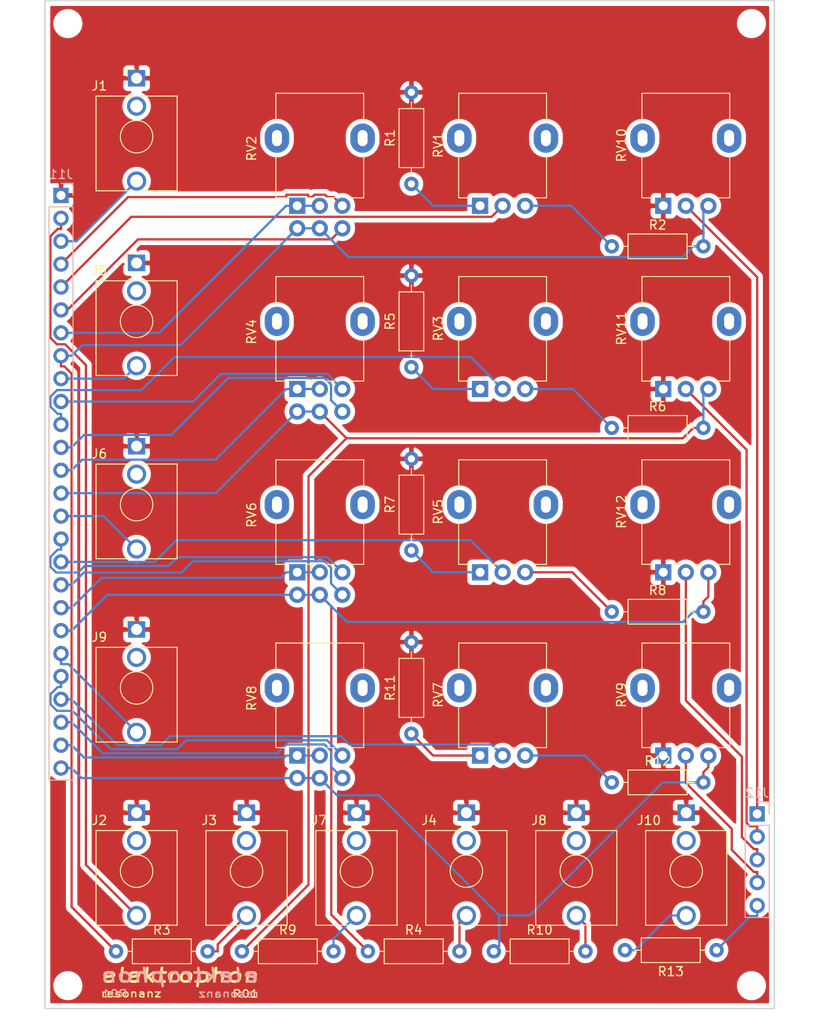
<source format=kicad_pcb>
(kicad_pcb (version 20171130) (host pcbnew 5.1.6-c6e7f7d~86~ubuntu20.04.1)
  (title_block (title resonanz) (date 2020-06-13) (rev R01) (comment 1 "PCB for mount circuit") (comment 2 "resonant band pass filter") (comment 4 "License CC BY 4.0 - Attribution 4.0 International"))
  (layers (0 F.Cu signal) (31 B.Cu signal) (34 B.Paste user) (35 F.Paste user) (36 B.SilkS user) (37 F.SilkS user) (38 B.Mask user) (39 F.Mask user) (44 Edge.Cuts user))
  (net 0 "")
  (net 1 GND)
  (net 2 "Net-(J10-PadT)")
  (net 3 "Net-(J3-PadT)")
  (net 4 OUT_1)
  (net 5 "Net-(R1-Pad1)")
  (net 6 "Net-(R5-Pad1)")
  (net 7 IN_1)
  (net 8 IN)
  (net 9 IN_2)
  (net 10 OUT)
  (net 11 OUT_3)
  (net 12 FREQ_3_c)
  (net 13 FREQ_3_b)
  (net 14 FREQ_3_a)
  (net 15 RES_3)
  (net 16 IN_3)
  (net 17 OUT_2)
  (net 18 FREQ_2_c)
  (net 19 FREQ_2_b)
  (net 20 FREQ_2_a)
  (net 21 RES_2)
  (net 22 FREQ_1_c)
  (net 23 FREQ_1_b)
  (net 24 FREQ_1_a)
  (net 25 RES_1)
  (net 26 "Net-(R8-Pad1)")
  (net 27 IN_4)
  (net 28 OUT_4)
  (net 29 FREQ_4_b)
  (net 30 FREQ_4_c)
  (net 31 RES_4)
  (net 32 FREQ_4_a)
  (net 33 MIX_4)
  (net 34 MIX_3)
  (net 35 MIX_2)
  (net 36 MIX_1)
  (net 37 "Net-(R11-Pad1)")
  (net 38 "Net-(R12-Pad1)")
  (net 39 "Net-(J4-PadT)")
  (net 40 "Net-(J7-PadT)")
  (net 41 "Net-(J8-PadT)")
  (net 42 "Net-(R2-Pad1)")
  (net 43 "Net-(R6-Pad1)")
  (net 44 "Net-(R7-Pad1)")
  (module "elektrophon:elektrophon logo" (layer F.Cu) (at 55.626 149.733)
    (fp_text reference REF** hide)
    (fp_text value "elektrophon logo" hide)
    (fp_text user resonanz (at 8.84 1.02) (layer B.SilkS) (effects (font (size 0.8 1)) (justify left mirror)))
    (fp_text user R01 (at -8.83 1) (layer B.SilkS) (effects (font (size 0.8 1)) (justify right mirror)))
    (fp_text user elektrophon (at 0 -1.016) (layer B.SilkS) (effects (font (size 1.5 2) (thickness 0.3) italic) (justify mirror)))
    (fp_text user R01 (at 8.8 1.02) (layer F.SilkS) (effects (font (size 0.8 1)) (justify right)))
    (fp_text user resonanz (at -8.88 1) (layer F.SilkS) (effects (font (size 0.8 1)) (justify left)))
    (fp_text user elektrophon (at 0 -1.016) (layer F.SilkS) (effects (font (size 1.5 2) (thickness 0.3) italic)))
  )
  (module Connector_PinHeader_2.54mm:PinHeader_1x05_P2.54mm_Vertical (layer B.Cu) (at 119.634 130.81 180)
    (fp_text reference J12 (at 0 2.33) (layer B.SilkS) (effects (justify mirror)))
    (fp_text value Conn_01x05_Male)
    (pad 5 thru_hole oval (at 0 -10.16 180) (size 1.7 1.7) (drill 1) (layers *.Cu *.Mask) (net 10 OUT))
    (pad 4 thru_hole oval (at 0 -7.62 180) (size 1.7 1.7) (drill 1) (layers *.Cu *.Mask) (net 33 MIX_4))
    (pad 3 thru_hole oval (at 0 -5.08 180) (size 1.7 1.7) (drill 1) (layers *.Cu *.Mask) (net 34 MIX_3))
    (pad 2 thru_hole oval (at 0 -2.54 180) (size 1.7 1.7) (drill 1) (layers *.Cu *.Mask) (net 35 MIX_2))
    (pad 1 thru_hole rect (at 0 0 180) (size 1.7 1.7) (drill 1) (layers *.Cu *.Mask) (net 36 MIX_1))
  )
  (module Connector_PinHeader_2.54mm:PinHeader_1x26_P2.54mm_Vertical (layer B.Cu) (at 42.418 62.23 180)
    (fp_text reference J11 (at 0 2.33) (layer B.SilkS) (effects (justify mirror)))
    (fp_text value Conn_01x26_Male)
    (pad 26 thru_hole oval (at 0 -63.5 180) (size 1.7 1.7) (drill 1) (layers *.Cu *.Mask) (net 28 OUT_4))
    (pad 25 thru_hole oval (at 0 -60.96 180) (size 1.7 1.7) (drill 1) (layers *.Cu *.Mask) (net 29 FREQ_4_b))
    (pad 24 thru_hole oval (at 0 -58.42 180) (size 1.7 1.7) (drill 1) (layers *.Cu *.Mask) (net 30 FREQ_4_c))
    (pad 23 thru_hole oval (at 0 -55.88 180) (size 1.7 1.7) (drill 1) (layers *.Cu *.Mask) (net 31 RES_4))
    (pad 22 thru_hole oval (at 0 -53.34 180) (size 1.7 1.7) (drill 1) (layers *.Cu *.Mask) (net 32 FREQ_4_a))
    (pad 21 thru_hole oval (at 0 -50.8 180) (size 1.7 1.7) (drill 1) (layers *.Cu *.Mask) (net 27 IN_4))
    (pad 20 thru_hole oval (at 0 -48.26 180) (size 1.7 1.7) (drill 1) (layers *.Cu *.Mask) (net 11 OUT_3))
    (pad 19 thru_hole oval (at 0 -45.72 180) (size 1.7 1.7) (drill 1) (layers *.Cu *.Mask) (net 13 FREQ_3_b))
    (pad 18 thru_hole oval (at 0 -43.18 180) (size 1.7 1.7) (drill 1) (layers *.Cu *.Mask) (net 12 FREQ_3_c))
    (pad 17 thru_hole oval (at 0 -40.64 180) (size 1.7 1.7) (drill 1) (layers *.Cu *.Mask) (net 15 RES_3))
    (pad 16 thru_hole oval (at 0 -38.1 180) (size 1.7 1.7) (drill 1) (layers *.Cu *.Mask) (net 14 FREQ_3_a))
    (pad 15 thru_hole oval (at 0 -35.56 180) (size 1.7 1.7) (drill 1) (layers *.Cu *.Mask) (net 16 IN_3))
    (pad 14 thru_hole oval (at 0 -33.02 180) (size 1.7 1.7) (drill 1) (layers *.Cu *.Mask) (net 17 OUT_2))
    (pad 13 thru_hole oval (at 0 -30.48 180) (size 1.7 1.7) (drill 1) (layers *.Cu *.Mask) (net 19 FREQ_2_b))
    (pad 12 thru_hole oval (at 0 -27.94 180) (size 1.7 1.7) (drill 1) (layers *.Cu *.Mask) (net 18 FREQ_2_c))
    (pad 11 thru_hole oval (at 0 -25.4 180) (size 1.7 1.7) (drill 1) (layers *.Cu *.Mask) (net 21 RES_2))
    (pad 10 thru_hole oval (at 0 -22.86 180) (size 1.7 1.7) (drill 1) (layers *.Cu *.Mask) (net 20 FREQ_2_a))
    (pad 9 thru_hole oval (at 0 -20.32 180) (size 1.7 1.7) (drill 1) (layers *.Cu *.Mask) (net 9 IN_2))
    (pad 8 thru_hole oval (at 0 -17.78 180) (size 1.7 1.7) (drill 1) (layers *.Cu *.Mask) (net 4 OUT_1))
    (pad 7 thru_hole oval (at 0 -15.24 180) (size 1.7 1.7) (drill 1) (layers *.Cu *.Mask) (net 23 FREQ_1_b))
    (pad 6 thru_hole oval (at 0 -12.7 180) (size 1.7 1.7) (drill 1) (layers *.Cu *.Mask) (net 22 FREQ_1_c))
    (pad 5 thru_hole oval (at 0 -10.16 180) (size 1.7 1.7) (drill 1) (layers *.Cu *.Mask) (net 25 RES_1))
    (pad 4 thru_hole oval (at 0 -7.62 180) (size 1.7 1.7) (drill 1) (layers *.Cu *.Mask) (net 24 FREQ_1_a))
    (pad 3 thru_hole oval (at 0 -5.08 180) (size 1.7 1.7) (drill 1) (layers *.Cu *.Mask) (net 7 IN_1))
    (pad 2 thru_hole oval (at 0 -2.54 180) (size 1.7 1.7) (drill 1) (layers *.Cu *.Mask) (net 8 IN))
    (pad 1 thru_hole rect (at 0 0 180) (size 1.7 1.7) (drill 1) (layers *.Cu *.Mask) (net 1 GND))
  )
  (module Resistor_THT:R_Axial_DIN0207_L6.3mm_D2.5mm_P10.16mm_Horizontal (layer F.Cu) (at 103.505 127.318)
    (fp_text reference R12 (at 5.08 -2.37) (layer F.SilkS))
    (fp_text value 22k)
    (pad 2 thru_hole oval (at 10.16 0) (size 1.6 1.6) (drill 0.8) (layers *.Cu *.Mask) (net 28 OUT_4))
    (pad 1 thru_hole circle (at 0 0) (size 1.6 1.6) (drill 0.8) (layers *.Cu *.Mask) (net 38 "Net-(R12-Pad1)"))
  )
  (module Resistor_THT:R_Axial_DIN0207_L6.3mm_D2.5mm_P10.16mm_Horizontal (layer F.Cu) (at 103.505 108.394)
    (fp_text reference R8 (at 5.08 -2.37) (layer F.SilkS))
    (fp_text value 22k)
    (pad 2 thru_hole oval (at 10.16 0) (size 1.6 1.6) (drill 0.8) (layers *.Cu *.Mask) (net 11 OUT_3))
    (pad 1 thru_hole circle (at 0 0) (size 1.6 1.6) (drill 0.8) (layers *.Cu *.Mask) (net 26 "Net-(R8-Pad1)"))
  )
  (module Resistor_THT:R_Axial_DIN0207_L6.3mm_D2.5mm_P10.16mm_Horizontal (layer F.Cu) (at 103.505 88.011)
    (fp_text reference R6 (at 5.08 -2.37) (layer F.SilkS))
    (fp_text value 22k)
    (pad 2 thru_hole oval (at 10.16 0) (size 1.6 1.6) (drill 0.8) (layers *.Cu *.Mask) (net 17 OUT_2))
    (pad 1 thru_hole circle (at 0 0) (size 1.6 1.6) (drill 0.8) (layers *.Cu *.Mask) (net 43 "Net-(R6-Pad1)"))
  )
  (module "elektrophon:elektrophon logo" (layer F.Cu) (at 55.499 149.733)
    (fp_text reference REF** hide)
    (fp_text value "elektrophon logo" hide)
  )
  (module elektrophon:Potentiometer_Alpha_RD902F-40-00D_Dual_Vertical (layer F.Cu) (at 71.12 116.84 90)
    (fp_text reference RV8 (at -1.15 -7.56 270) (layer F.SilkS))
    (fp_text value 100k)
    (pad 4 thru_hole circle (at -10 -2.5 180) (size 1.8 1.8) (drill 1) (layers *.Cu *.Mask) (net 28 OUT_4))
    (pad 5 thru_hole circle (at -10 0 180) (size 1.8 1.8) (drill 1) (layers *.Cu *.Mask) (net 28 OUT_4))
    (pad 6 thru_hole circle (at -10 2.5 180) (size 1.8 1.8) (drill 1) (layers *.Cu *.Mask) (net 30 FREQ_4_c))
    (pad "" thru_hole oval (at 0 -4.75 180) (size 2.72 3.24) (drill oval 1.1 1.8) (layers *.Cu *.Mask))
    (pad "" thru_hole oval (at 0 4.75 180) (size 2.72 3.24) (drill oval 1.1 1.8) (layers *.Cu *.Mask))
    (pad 3 thru_hole circle (at -7.5 2.5 180) (size 1.8 1.8) (drill 1) (layers *.Cu *.Mask) (net 32 FREQ_4_a))
    (pad 2 thru_hole circle (at -7.5 0 180) (size 1.8 1.8) (drill 1) (layers *.Cu *.Mask) (net 29 FREQ_4_b))
    (pad 1 thru_hole rect (at -7.5 -2.5 180) (size 1.8 1.8) (drill 1) (layers *.Cu *.Mask) (net 29 FREQ_4_b))
  )
  (module elektrophon:Potentiometer_Alpha_RD902F-40-00D_Dual_Vertical (layer F.Cu) (at 71.12 96.52 90)
    (fp_text reference RV6 (at -1.15 -7.56 270) (layer F.SilkS))
    (fp_text value 100k)
    (pad 4 thru_hole circle (at -10 -2.5 180) (size 1.8 1.8) (drill 1) (layers *.Cu *.Mask) (net 11 OUT_3))
    (pad 5 thru_hole circle (at -10 0 180) (size 1.8 1.8) (drill 1) (layers *.Cu *.Mask) (net 11 OUT_3))
    (pad 6 thru_hole circle (at -10 2.5 180) (size 1.8 1.8) (drill 1) (layers *.Cu *.Mask) (net 12 FREQ_3_c))
    (pad "" thru_hole oval (at 0 -4.75 180) (size 2.72 3.24) (drill oval 1.1 1.8) (layers *.Cu *.Mask))
    (pad "" thru_hole oval (at 0 4.75 180) (size 2.72 3.24) (drill oval 1.1 1.8) (layers *.Cu *.Mask))
    (pad 3 thru_hole circle (at -7.5 2.5 180) (size 1.8 1.8) (drill 1) (layers *.Cu *.Mask) (net 14 FREQ_3_a))
    (pad 2 thru_hole circle (at -7.5 0 180) (size 1.8 1.8) (drill 1) (layers *.Cu *.Mask) (net 13 FREQ_3_b))
    (pad 1 thru_hole rect (at -7.5 -2.5 180) (size 1.8 1.8) (drill 1) (layers *.Cu *.Mask) (net 13 FREQ_3_b))
  )
  (module elektrophon:Potentiometer_Alpha_RD902F-40-00D_Dual_Vertical (layer F.Cu) (at 71.12 76.2 90)
    (fp_text reference RV4 (at -1.15 -7.56 270) (layer F.SilkS))
    (fp_text value 100k)
    (pad 4 thru_hole circle (at -10 -2.5 180) (size 1.8 1.8) (drill 1) (layers *.Cu *.Mask) (net 17 OUT_2))
    (pad 5 thru_hole circle (at -10 0 180) (size 1.8 1.8) (drill 1) (layers *.Cu *.Mask) (net 17 OUT_2))
    (pad 6 thru_hole circle (at -10 2.5 180) (size 1.8 1.8) (drill 1) (layers *.Cu *.Mask) (net 18 FREQ_2_c))
    (pad "" thru_hole oval (at 0 -4.75 180) (size 2.72 3.24) (drill oval 1.1 1.8) (layers *.Cu *.Mask))
    (pad "" thru_hole oval (at 0 4.75 180) (size 2.72 3.24) (drill oval 1.1 1.8) (layers *.Cu *.Mask))
    (pad 3 thru_hole circle (at -7.5 2.5 180) (size 1.8 1.8) (drill 1) (layers *.Cu *.Mask) (net 20 FREQ_2_a))
    (pad 2 thru_hole circle (at -7.5 0 180) (size 1.8 1.8) (drill 1) (layers *.Cu *.Mask) (net 19 FREQ_2_b))
    (pad 1 thru_hole rect (at -7.5 -2.5 180) (size 1.8 1.8) (drill 1) (layers *.Cu *.Mask) (net 19 FREQ_2_b))
  )
  (module elektrophon:Potentiometer_Alpha_RD902F-40-00D_Dual_Vertical (layer F.Cu) (at 71.12 55.88 90)
    (fp_text reference RV2 (at -1.15 -7.56 270) (layer F.SilkS))
    (fp_text value 100k)
    (pad 4 thru_hole circle (at -10 -2.5 180) (size 1.8 1.8) (drill 1) (layers *.Cu *.Mask) (net 4 OUT_1))
    (pad 5 thru_hole circle (at -10 0 180) (size 1.8 1.8) (drill 1) (layers *.Cu *.Mask) (net 4 OUT_1))
    (pad 6 thru_hole circle (at -10 2.5 180) (size 1.8 1.8) (drill 1) (layers *.Cu *.Mask) (net 22 FREQ_1_c))
    (pad "" thru_hole oval (at 0 -4.75 180) (size 2.72 3.24) (drill oval 1.1 1.8) (layers *.Cu *.Mask))
    (pad "" thru_hole oval (at 0 4.75 180) (size 2.72 3.24) (drill oval 1.1 1.8) (layers *.Cu *.Mask))
    (pad 3 thru_hole circle (at -7.5 2.5 180) (size 1.8 1.8) (drill 1) (layers *.Cu *.Mask) (net 24 FREQ_1_a))
    (pad 2 thru_hole circle (at -7.5 0 180) (size 1.8 1.8) (drill 1) (layers *.Cu *.Mask) (net 23 FREQ_1_b))
    (pad 1 thru_hole rect (at -7.5 -2.5 180) (size 1.8 1.8) (drill 1) (layers *.Cu *.Mask) (net 23 FREQ_1_b))
  )
  (module elektrophon:Potentiometer_Alpha_RD901F-40-00D_Single_Vertical (layer F.Cu) (at 111.76 116.84 90)
    (fp_text reference RV9 (at -0.79 -7.18 270) (layer F.SilkS))
    (fp_text value 100k)
    (pad "" thru_hole oval (at 0 -4.84 180) (size 2.72 3.24) (drill oval 1.1 1.8) (layers *.Cu *.Mask))
    (pad "" thru_hole oval (at 0 4.76 180) (size 2.72 3.24) (drill oval 1.1 1.8) (layers *.Cu *.Mask))
    (pad 3 thru_hole circle (at -7.5 2.46 180) (size 1.8 1.8) (drill 1) (layers *.Cu *.Mask) (net 28 OUT_4))
    (pad 2 thru_hole circle (at -7.5 -0.04 180) (size 1.8 1.8) (drill 1) (layers *.Cu *.Mask) (net 33 MIX_4))
    (pad 1 thru_hole rect (at -7.5 -2.54 180) (size 1.8 1.8) (drill 1) (layers *.Cu *.Mask) (net 1 GND))
  )
  (module elektrophon:Potentiometer_Alpha_RD901F-40-00D_Single_Vertical (layer F.Cu) (at 91.44 116.84 90)
    (fp_text reference RV7 (at -0.79 -7.18 270) (layer F.SilkS))
    (fp_text value 50k)
    (pad "" thru_hole oval (at 0 -4.84 180) (size 2.72 3.24) (drill oval 1.1 1.8) (layers *.Cu *.Mask))
    (pad "" thru_hole oval (at 0 4.76 180) (size 2.72 3.24) (drill oval 1.1 1.8) (layers *.Cu *.Mask))
    (pad 3 thru_hole circle (at -7.5 2.46 180) (size 1.8 1.8) (drill 1) (layers *.Cu *.Mask) (net 38 "Net-(R12-Pad1)"))
    (pad 2 thru_hole circle (at -7.5 -0.04 180) (size 1.8 1.8) (drill 1) (layers *.Cu *.Mask) (net 31 RES_4))
    (pad 1 thru_hole rect (at -7.5 -2.54 180) (size 1.8 1.8) (drill 1) (layers *.Cu *.Mask) (net 37 "Net-(R11-Pad1)"))
  )
  (module Resistor_THT:R_Axial_DIN0207_L6.3mm_D2.5mm_P10.16mm_Horizontal (layer F.Cu) (at 81.28 121.92 90)
    (fp_text reference R11 (at 5.08 -2.37 90) (layer F.SilkS))
    (fp_text value 470)
    (pad 2 thru_hole oval (at 10.16 0 90) (size 1.6 1.6) (drill 0.8) (layers *.Cu *.Mask) (net 1 GND))
    (pad 1 thru_hole circle (at 0 0 90) (size 1.6 1.6) (drill 0.8) (layers *.Cu *.Mask) (net 37 "Net-(R11-Pad1)"))
  )
  (module Resistor_THT:R_Axial_DIN0207_L6.3mm_D2.5mm_P10.16mm_Horizontal (layer F.Cu) (at 90.424 146.05)
    (fp_text reference R10 (at 5.08 -2.37) (layer F.SilkS))
    (fp_text value 1k)
    (pad 2 thru_hole oval (at 10.16 0) (size 1.6 1.6) (drill 0.8) (layers *.Cu *.Mask) (net 41 "Net-(J8-PadT)"))
    (pad 1 thru_hole circle (at 0 0) (size 1.6 1.6) (drill 0.8) (layers *.Cu *.Mask) (net 28 OUT_4))
  )
  (module elektrophon:Jack_3.5mm_WQP-PJ398SM_Vertical (layer F.Cu) (at 50.8 116.84)
    (fp_text reference J9 (at -4.13 -5.63) (layer F.SilkS))
    (fp_text value AudioJack2_SwitchT)
    (pad TN thru_hole circle (at 0 -3.38 180) (size 2.13 2.13) (drill 1.42) (layers *.Cu *.Mask))
    (pad S thru_hole rect (at 0 -6.48 180) (size 1.93 1.83) (drill 1.22) (layers *.Cu *.Mask) (net 1 GND))
    (pad T thru_hole circle (at 0 4.92 180) (size 2.13 2.13) (drill 1.43) (layers *.Cu *.Mask) (net 27 IN_4))
  )
  (module elektrophon:Jack_3.5mm_WQP-PJ398SM_Vertical (layer F.Cu) (at 99.568 137.16)
    (fp_text reference J8 (at -4.13 -5.63) (layer F.SilkS))
    (fp_text value AudioJack2_SwitchT)
    (pad TN thru_hole circle (at 0 -3.38 180) (size 2.13 2.13) (drill 1.42) (layers *.Cu *.Mask))
    (pad S thru_hole rect (at 0 -6.48 180) (size 1.93 1.83) (drill 1.22) (layers *.Cu *.Mask) (net 1 GND))
    (pad T thru_hole circle (at 0 4.92 180) (size 2.13 2.13) (drill 1.43) (layers *.Cu *.Mask) (net 41 "Net-(J8-PadT)"))
  )
  (module Resistor_THT:R_Axial_DIN0207_L6.3mm_D2.5mm_P10.16mm_Horizontal (layer F.Cu) (at 103.505 67.8815)
    (fp_text reference R2 (at 5.08 -2.37) (layer F.SilkS))
    (fp_text value 22k)
    (pad 2 thru_hole oval (at 10.16 0) (size 1.6 1.6) (drill 0.8) (layers *.Cu *.Mask) (net 4 OUT_1))
    (pad 1 thru_hole circle (at 0 0) (size 1.6 1.6) (drill 0.8) (layers *.Cu *.Mask) (net 42 "Net-(R2-Pad1)"))
  )
  (module Resistor_THT:R_Axial_DIN0207_L6.3mm_D2.5mm_P10.16mm_Horizontal (layer F.Cu) (at 115.126 145.923 180)
    (fp_text reference R13 (at 5.08 -2.37) (layer F.SilkS))
    (fp_text value 1k)
    (pad 2 thru_hole oval (at 10.16 0 180) (size 1.6 1.6) (drill 0.8) (layers *.Cu *.Mask) (net 2 "Net-(J10-PadT)"))
    (pad 1 thru_hole circle (at 0 0 180) (size 1.6 1.6) (drill 0.8) (layers *.Cu *.Mask) (net 10 OUT))
  )
  (module elektrophon:Potentiometer_Alpha_RD901F-40-00D_Single_Vertical (layer F.Cu) (at 111.76 96.52 90)
    (fp_text reference RV12 (at -0.79 -7.18 270) (layer F.SilkS))
    (fp_text value 100k)
    (pad "" thru_hole oval (at 0 -4.84 180) (size 2.72 3.24) (drill oval 1.1 1.8) (layers *.Cu *.Mask))
    (pad "" thru_hole oval (at 0 4.76 180) (size 2.72 3.24) (drill oval 1.1 1.8) (layers *.Cu *.Mask))
    (pad 3 thru_hole circle (at -7.5 2.46 180) (size 1.8 1.8) (drill 1) (layers *.Cu *.Mask) (net 11 OUT_3))
    (pad 2 thru_hole circle (at -7.5 -0.04 180) (size 1.8 1.8) (drill 1) (layers *.Cu *.Mask) (net 34 MIX_3))
    (pad 1 thru_hole rect (at -7.5 -2.54 180) (size 1.8 1.8) (drill 1) (layers *.Cu *.Mask) (net 1 GND))
  )
  (module elektrophon:Potentiometer_Alpha_RD901F-40-00D_Single_Vertical (layer F.Cu) (at 111.76 76.2 90)
    (fp_text reference RV11 (at -0.79 -7.18 270) (layer F.SilkS))
    (fp_text value 100k)
    (pad "" thru_hole oval (at 0 -4.84 180) (size 2.72 3.24) (drill oval 1.1 1.8) (layers *.Cu *.Mask))
    (pad "" thru_hole oval (at 0 4.76 180) (size 2.72 3.24) (drill oval 1.1 1.8) (layers *.Cu *.Mask))
    (pad 3 thru_hole circle (at -7.5 2.46 180) (size 1.8 1.8) (drill 1) (layers *.Cu *.Mask) (net 17 OUT_2))
    (pad 2 thru_hole circle (at -7.5 -0.04 180) (size 1.8 1.8) (drill 1) (layers *.Cu *.Mask) (net 35 MIX_2))
    (pad 1 thru_hole rect (at -7.5 -2.54 180) (size 1.8 1.8) (drill 1) (layers *.Cu *.Mask) (net 1 GND))
  )
  (module elektrophon:Potentiometer_Alpha_RD901F-40-00D_Single_Vertical (layer F.Cu) (at 111.76 55.88 90)
    (fp_text reference RV10 (at -0.79 -7.18 270) (layer F.SilkS))
    (fp_text value 100k)
    (pad "" thru_hole oval (at 0 -4.84 180) (size 2.72 3.24) (drill oval 1.1 1.8) (layers *.Cu *.Mask))
    (pad "" thru_hole oval (at 0 4.76 180) (size 2.72 3.24) (drill oval 1.1 1.8) (layers *.Cu *.Mask))
    (pad 3 thru_hole circle (at -7.5 2.46 180) (size 1.8 1.8) (drill 1) (layers *.Cu *.Mask) (net 4 OUT_1))
    (pad 2 thru_hole circle (at -7.5 -0.04 180) (size 1.8 1.8) (drill 1) (layers *.Cu *.Mask) (net 36 MIX_1))
    (pad 1 thru_hole rect (at -7.5 -2.54 180) (size 1.8 1.8) (drill 1) (layers *.Cu *.Mask) (net 1 GND))
  )
  (module elektrophon:Potentiometer_Alpha_RD901F-40-00D_Single_Vertical (layer F.Cu) (at 91.44 96.52 90)
    (fp_text reference RV5 (at -0.79 -7.18 270) (layer F.SilkS))
    (fp_text value 50k)
    (pad "" thru_hole oval (at 0 -4.84 180) (size 2.72 3.24) (drill oval 1.1 1.8) (layers *.Cu *.Mask))
    (pad "" thru_hole oval (at 0 4.76 180) (size 2.72 3.24) (drill oval 1.1 1.8) (layers *.Cu *.Mask))
    (pad 3 thru_hole circle (at -7.5 2.46 180) (size 1.8 1.8) (drill 1) (layers *.Cu *.Mask) (net 26 "Net-(R8-Pad1)"))
    (pad 2 thru_hole circle (at -7.5 -0.04 180) (size 1.8 1.8) (drill 1) (layers *.Cu *.Mask) (net 15 RES_3))
    (pad 1 thru_hole rect (at -7.5 -2.54 180) (size 1.8 1.8) (drill 1) (layers *.Cu *.Mask) (net 44 "Net-(R7-Pad1)"))
  )
  (module elektrophon:Potentiometer_Alpha_RD901F-40-00D_Single_Vertical (layer F.Cu) (at 91.44 76.2 90)
    (fp_text reference RV3 (at -0.79 -7.18 270) (layer F.SilkS))
    (fp_text value 50k)
    (pad "" thru_hole oval (at 0 -4.84 180) (size 2.72 3.24) (drill oval 1.1 1.8) (layers *.Cu *.Mask))
    (pad "" thru_hole oval (at 0 4.76 180) (size 2.72 3.24) (drill oval 1.1 1.8) (layers *.Cu *.Mask))
    (pad 3 thru_hole circle (at -7.5 2.46 180) (size 1.8 1.8) (drill 1) (layers *.Cu *.Mask) (net 43 "Net-(R6-Pad1)"))
    (pad 2 thru_hole circle (at -7.5 -0.04 180) (size 1.8 1.8) (drill 1) (layers *.Cu *.Mask) (net 21 RES_2))
    (pad 1 thru_hole rect (at -7.5 -2.54 180) (size 1.8 1.8) (drill 1) (layers *.Cu *.Mask) (net 6 "Net-(R5-Pad1)"))
  )
  (module Resistor_THT:R_Axial_DIN0207_L6.3mm_D2.5mm_P10.16mm_Horizontal (layer F.Cu) (at 76.454 146.05)
    (fp_text reference R4 (at 5.08 -2.37) (layer F.SilkS))
    (fp_text value 1k)
    (pad 2 thru_hole oval (at 10.16 0) (size 1.6 1.6) (drill 0.8) (layers *.Cu *.Mask) (net 39 "Net-(J4-PadT)"))
    (pad 1 thru_hole circle (at 0 0) (size 1.6 1.6) (drill 0.8) (layers *.Cu *.Mask) (net 11 OUT_3))
  )
  (module Resistor_THT:R_Axial_DIN0207_L6.3mm_D2.5mm_P10.16mm_Horizontal (layer F.Cu) (at 81.28 101.6 90)
    (fp_text reference R7 (at 5.08 -2.37 90) (layer F.SilkS))
    (fp_text value 470)
    (pad 2 thru_hole oval (at 10.16 0 90) (size 1.6 1.6) (drill 0.8) (layers *.Cu *.Mask) (net 1 GND))
    (pad 1 thru_hole circle (at 0 0 90) (size 1.6 1.6) (drill 0.8) (layers *.Cu *.Mask) (net 44 "Net-(R7-Pad1)"))
  )
  (module Resistor_THT:R_Axial_DIN0207_L6.3mm_D2.5mm_P10.16mm_Horizontal (layer F.Cu) (at 62.484 146.05)
    (fp_text reference R9 (at 5.08 -2.37) (layer F.SilkS))
    (fp_text value 1k)
    (pad 2 thru_hole oval (at 10.16 0) (size 1.6 1.6) (drill 0.8) (layers *.Cu *.Mask) (net 40 "Net-(J7-PadT)"))
    (pad 1 thru_hole circle (at 0 0) (size 1.6 1.6) (drill 0.8) (layers *.Cu *.Mask) (net 17 OUT_2))
  )
  (module Resistor_THT:R_Axial_DIN0207_L6.3mm_D2.5mm_P10.16mm_Horizontal (layer F.Cu) (at 81.28 81.28 90)
    (fp_text reference R5 (at 5.08 -2.37 90) (layer F.SilkS))
    (fp_text value 470)
    (pad 2 thru_hole oval (at 10.16 0 90) (size 1.6 1.6) (drill 0.8) (layers *.Cu *.Mask) (net 1 GND))
    (pad 1 thru_hole circle (at 0 0 90) (size 1.6 1.6) (drill 0.8) (layers *.Cu *.Mask) (net 6 "Net-(R5-Pad1)"))
  )
  (module Resistor_THT:R_Axial_DIN0207_L6.3mm_D2.5mm_P10.16mm_Horizontal (layer F.Cu) (at 48.514 146.05)
    (fp_text reference R3 (at 5.08 -2.37) (layer F.SilkS))
    (fp_text value 1k)
    (pad 2 thru_hole oval (at 10.16 0) (size 1.6 1.6) (drill 0.8) (layers *.Cu *.Mask) (net 3 "Net-(J3-PadT)"))
    (pad 1 thru_hole circle (at 0 0) (size 1.6 1.6) (drill 0.8) (layers *.Cu *.Mask) (net 4 OUT_1))
  )
  (module Resistor_THT:R_Axial_DIN0207_L6.3mm_D2.5mm_P10.16mm_Horizontal (layer F.Cu) (at 81.28 60.96 90)
    (fp_text reference R1 (at 5.08 -2.37 90) (layer F.SilkS))
    (fp_text value 470)
    (pad 2 thru_hole oval (at 10.16 0 90) (size 1.6 1.6) (drill 0.8) (layers *.Cu *.Mask) (net 1 GND))
    (pad 1 thru_hole circle (at 0 0 90) (size 1.6 1.6) (drill 0.8) (layers *.Cu *.Mask) (net 5 "Net-(R1-Pad1)"))
  )
  (module elektrophon:Jack_3.5mm_WQP-PJ398SM_Vertical (layer F.Cu) (at 111.76 137.16)
    (fp_text reference J10 (at -4.13 -5.63) (layer F.SilkS))
    (fp_text value AudioJack2_SwitchT)
    (pad TN thru_hole circle (at 0 -3.38 180) (size 2.13 2.13) (drill 1.42) (layers *.Cu *.Mask))
    (pad S thru_hole rect (at 0 -6.48 180) (size 1.93 1.83) (drill 1.22) (layers *.Cu *.Mask) (net 1 GND))
    (pad T thru_hole circle (at 0 4.92 180) (size 2.13 2.13) (drill 1.43) (layers *.Cu *.Mask) (net 2 "Net-(J10-PadT)"))
  )
  (module elektrophon:Jack_3.5mm_WQP-PJ398SM_Vertical (layer F.Cu) (at 87.376 137.16)
    (fp_text reference J4 (at -4.13 -5.63) (layer F.SilkS))
    (fp_text value AudioJack2_SwitchT)
    (pad TN thru_hole circle (at 0 -3.38 180) (size 2.13 2.13) (drill 1.42) (layers *.Cu *.Mask))
    (pad S thru_hole rect (at 0 -6.48 180) (size 1.93 1.83) (drill 1.22) (layers *.Cu *.Mask) (net 1 GND))
    (pad T thru_hole circle (at 0 4.92 180) (size 2.13 2.13) (drill 1.43) (layers *.Cu *.Mask) (net 39 "Net-(J4-PadT)"))
  )
  (module elektrophon:Jack_3.5mm_WQP-PJ398SM_Vertical (layer F.Cu) (at 50.8 96.52)
    (fp_text reference J6 (at -4.13 -5.63) (layer F.SilkS))
    (fp_text value AudioJack2_SwitchT)
    (pad TN thru_hole circle (at 0 -3.38 180) (size 2.13 2.13) (drill 1.42) (layers *.Cu *.Mask))
    (pad S thru_hole rect (at 0 -6.48 180) (size 1.93 1.83) (drill 1.22) (layers *.Cu *.Mask) (net 1 GND))
    (pad T thru_hole circle (at 0 4.92 180) (size 2.13 2.13) (drill 1.43) (layers *.Cu *.Mask) (net 16 IN_3))
  )
  (module elektrophon:Jack_3.5mm_WQP-PJ398SM_Vertical (layer F.Cu) (at 75.184 137.16)
    (fp_text reference J7 (at -4.13 -5.63) (layer F.SilkS))
    (fp_text value AudioJack2_SwitchT)
    (pad TN thru_hole circle (at 0 -3.38 180) (size 2.13 2.13) (drill 1.42) (layers *.Cu *.Mask))
    (pad S thru_hole rect (at 0 -6.48 180) (size 1.93 1.83) (drill 1.22) (layers *.Cu *.Mask) (net 1 GND))
    (pad T thru_hole circle (at 0 4.92 180) (size 2.13 2.13) (drill 1.43) (layers *.Cu *.Mask) (net 40 "Net-(J7-PadT)"))
  )
  (module elektrophon:Jack_3.5mm_WQP-PJ398SM_Vertical (layer F.Cu) (at 50.8 76.2)
    (fp_text reference J5 (at -4.13 -5.63) (layer F.SilkS))
    (fp_text value AudioJack2_SwitchT)
    (pad TN thru_hole circle (at 0 -3.38 180) (size 2.13 2.13) (drill 1.42) (layers *.Cu *.Mask))
    (pad S thru_hole rect (at 0 -6.48 180) (size 1.93 1.83) (drill 1.22) (layers *.Cu *.Mask) (net 1 GND))
    (pad T thru_hole circle (at 0 4.92 180) (size 2.13 2.13) (drill 1.43) (layers *.Cu *.Mask) (net 9 IN_2))
  )
  (module elektrophon:Jack_3.5mm_WQP-PJ398SM_Vertical (layer F.Cu) (at 62.992 137.16)
    (fp_text reference J3 (at -4.13 -5.63) (layer F.SilkS))
    (fp_text value AudioJack2_SwitchT)
    (pad TN thru_hole circle (at 0 -3.38 180) (size 2.13 2.13) (drill 1.42) (layers *.Cu *.Mask))
    (pad S thru_hole rect (at 0 -6.48 180) (size 1.93 1.83) (drill 1.22) (layers *.Cu *.Mask) (net 1 GND))
    (pad T thru_hole circle (at 0 4.92 180) (size 2.13 2.13) (drill 1.43) (layers *.Cu *.Mask) (net 3 "Net-(J3-PadT)"))
  )
  (module elektrophon:Jack_3.5mm_WQP-PJ398SM_Vertical (layer F.Cu) (at 50.8 137.16)
    (fp_text reference J2 (at -4.13 -5.63) (layer F.SilkS))
    (fp_text value AudioJack2_SwitchT)
    (pad TN thru_hole circle (at 0 -3.38 180) (size 2.13 2.13) (drill 1.42) (layers *.Cu *.Mask))
    (pad S thru_hole rect (at 0 -6.48 180) (size 1.93 1.83) (drill 1.22) (layers *.Cu *.Mask) (net 1 GND))
    (pad T thru_hole circle (at 0 4.92 180) (size 2.13 2.13) (drill 1.43) (layers *.Cu *.Mask) (net 8 IN))
  )
  (module elektrophon:Jack_3.5mm_WQP-PJ398SM_Vertical (layer F.Cu) (at 50.8 55.72)
    (fp_text reference J1 (at -4.13 -5.63) (layer F.SilkS))
    (fp_text value AudioJack2_SwitchT)
    (pad TN thru_hole circle (at 0 -3.38 180) (size 2.13 2.13) (drill 1.42) (layers *.Cu *.Mask))
    (pad S thru_hole rect (at 0 -6.48 180) (size 1.93 1.83) (drill 1.22) (layers *.Cu *.Mask) (net 1 GND))
    (pad T thru_hole circle (at 0 4.92 180) (size 2.13 2.13) (drill 1.43) (layers *.Cu *.Mask) (net 7 IN_1))
  )
  (module MountingHole:MountingHole_2.2mm_M2 (layer F.Cu) (at 119 149.86)
    (fp_text reference H4 hide)
    (fp_text value MountingHole hide)
    (pad 1 np_thru_hole circle (at 0 0) (size 2.2 2.2) (drill 2.2) (layers *.Cu *.Mask))
  )
  (module MountingHole:MountingHole_2.2mm_M2 (layer F.Cu) (at 119 43.18)
    (fp_text reference H3 hide)
    (fp_text value MountingHole hide)
    (pad 1 np_thru_hole circle (at 0 0) (size 2.2 2.2) (drill 2.2) (layers *.Cu *.Mask))
  )
  (module MountingHole:MountingHole_2.2mm_M2 (layer F.Cu) (at 43.18 149.86)
    (fp_text reference H2 hide)
    (fp_text value MountingHole hide)
    (pad 1 np_thru_hole circle (at 0 0) (size 2.2 2.2) (drill 2.2) (layers *.Cu *.Mask))
  )
  (module MountingHole:MountingHole_2.2mm_M2 (layer F.Cu) (at 43.18 43.18)
    (fp_text reference H1 hide)
    (fp_text value MountingHole hide)
    (pad 1 np_thru_hole circle (at 0 0) (size 2.2 2.2) (drill 2.2) (layers *.Cu *.Mask))
  )
  (module elektrophon:Potentiometer_Alpha_RD901F-40-00D_Single_Vertical (layer F.Cu) (at 91.44 55.88 90)
    (fp_text reference RV1 (at -0.79 -7.18 270) (layer F.SilkS))
    (fp_text value 50k)
    (pad "" thru_hole oval (at 0 -4.84 180) (size 2.72 3.24) (drill oval 1.1 1.8) (layers *.Cu *.Mask))
    (pad "" thru_hole oval (at 0 4.76 180) (size 2.72 3.24) (drill oval 1.1 1.8) (layers *.Cu *.Mask))
    (pad 3 thru_hole circle (at -7.5 2.46 180) (size 1.8 1.8) (drill 1) (layers *.Cu *.Mask) (net 42 "Net-(R2-Pad1)"))
    (pad 2 thru_hole circle (at -7.5 -0.04 180) (size 1.8 1.8) (drill 1) (layers *.Cu *.Mask) (net 25 RES_1))
    (pad 1 thru_hole rect (at -7.5 -2.54 180) (size 1.8 1.8) (drill 1) (layers *.Cu *.Mask) (net 5 "Net-(R1-Pad1)"))
  )
  (gr_line (start 40.64 152.4) (end 40.64 40.64) (layer Edge.Cuts) (width 0.15))
  (gr_line (start 40.64 152.4) (end 121.54 152.4) (layer Edge.Cuts) (width 0.15))
  (gr_line (start 121.54 40.64) (end 121.54 152.4) (layer Edge.Cuts) (width 0.15))
  (gr_line (start 40.64 40.64) (end 121.54 40.64) (layer Edge.Cuts) (width 0.15))
  (segment (start 104.966 145.923) (end 106.0913 145.923) (width 0.25) (layer B.Cu) (net 2))
  (segment (start 111.76 142.08) (end 109.9343 142.08) (width 0.25) (layer B.Cu) (net 2))
  (segment (start 109.9343 142.08) (end 106.0913 145.923) (width 0.25) (layer B.Cu) (net 2))
  (segment (start 58.674 146.05) (end 59.7993 146.05) (width 0.25) (layer F.Cu) (net 3))
  (segment (start 62.992 142.08) (end 59.7993 145.2727) (width 0.25) (layer F.Cu) (net 3))
  (segment (start 59.7993 145.2727) (end 59.7993 146.05) (width 0.25) (layer F.Cu) (net 3))
  (segment (start 71.12 65.88) (end 68.62 65.88) (width 0.25) (layer B.Cu) (net 4))
  (segment (start 112.5397 67.8815) (end 111.3608 69.0604) (width 0.25) (layer B.Cu) (net 4))
  (segment (start 111.3608 69.0604) (end 74.3004 69.0604) (width 0.25) (layer B.Cu) (net 4))
  (segment (start 74.3004 69.0604) (end 71.12 65.88) (width 0.25) (layer B.Cu) (net 4))
  (segment (start 42.418 80.01) (end 42.418 81.1853) (width 0.25) (layer F.Cu) (net 4))
  (segment (start 42.418 81.1853) (end 42.7854 81.1853) (width 0.25) (layer F.Cu) (net 4))
  (segment (start 42.7854 81.1853) (end 43.5933 81.9932) (width 0.25) (layer F.Cu) (net 4))
  (segment (start 43.5933 81.9932) (end 43.5933 141.1293) (width 0.25) (layer F.Cu) (net 4))
  (segment (start 43.5933 141.1293) (end 48.514 146.05) (width 0.25) (layer F.Cu) (net 4))
  (segment (start 113.665 67.8815) (end 112.5397 67.8815) (width 0.25) (layer B.Cu) (net 4))
  (segment (start 114.22 63.38) (end 113.665 63.935) (width 0.25) (layer B.Cu) (net 4))
  (segment (start 113.665 63.935) (end 113.665 67.8815) (width 0.25) (layer B.Cu) (net 4))
  (segment (start 42.418 80.01) (end 43.5933 80.01) (width 0.25) (layer B.Cu) (net 4))
  (segment (start 43.5933 80.01) (end 44.7686 78.8347) (width 0.25) (layer B.Cu) (net 4))
  (segment (start 44.7686 78.8347) (end 55.6653 78.8347) (width 0.25) (layer B.Cu) (net 4))
  (segment (start 55.6653 78.8347) (end 68.62 65.88) (width 0.25) (layer B.Cu) (net 4))
  (segment (start 88.9 63.38) (end 83.7 63.38) (width 0.25) (layer B.Cu) (net 5))
  (segment (start 83.7 63.38) (end 81.28 60.96) (width 0.25) (layer B.Cu) (net 5))
  (segment (start 88.9 83.7) (end 83.7 83.7) (width 0.25) (layer B.Cu) (net 6))
  (segment (start 83.7 83.7) (end 81.28 81.28) (width 0.25) (layer B.Cu) (net 6))
  (segment (start 50.8 60.64) (end 44.13 67.31) (width 0.25) (layer B.Cu) (net 7))
  (segment (start 44.13 67.31) (end 42.418 67.31) (width 0.25) (layer B.Cu) (net 7))
  (segment (start 42.418 64.77) (end 42.418 65.9453) (width 0.25) (layer F.Cu) (net 8))
  (segment (start 50.8 142.08) (end 45.1819 136.4619) (width 0.25) (layer F.Cu) (net 8))
  (segment (start 45.1819 136.4619) (end 45.1819 81.048) (width 0.25) (layer F.Cu) (net 8))
  (segment (start 45.1819 81.048) (end 42.8739 78.74) (width 0.25) (layer F.Cu) (net 8))
  (segment (start 42.8739 78.74) (end 41.9562 78.74) (width 0.25) (layer F.Cu) (net 8))
  (segment (start 41.9562 78.74) (end 41.2427 78.0265) (width 0.25) (layer F.Cu) (net 8))
  (segment (start 41.2427 78.0265) (end 41.2427 66.7532) (width 0.25) (layer F.Cu) (net 8))
  (segment (start 41.2427 66.7532) (end 42.0506 65.9453) (width 0.25) (layer F.Cu) (net 8))
  (segment (start 42.0506 65.9453) (end 42.418 65.9453) (width 0.25) (layer F.Cu) (net 8))
  (segment (start 50.8 81.12) (end 49.37 82.55) (width 0.25) (layer B.Cu) (net 9))
  (segment (start 49.37 82.55) (end 42.418 82.55) (width 0.25) (layer B.Cu) (net 9))
  (segment (start 119.634 140.97) (end 119.634 142.1453) (width 0.25) (layer B.Cu) (net 10))
  (segment (start 115.126 145.923) (end 118.9037 142.1453) (width 0.25) (layer B.Cu) (net 10))
  (segment (start 118.9037 142.1453) (end 119.634 142.1453) (width 0.25) (layer B.Cu) (net 10))
  (segment (start 112.5397 108.394) (end 111.4033 109.5304) (width 0.25) (layer B.Cu) (net 11))
  (segment (start 111.4033 109.5304) (end 74.1304 109.5304) (width 0.25) (layer B.Cu) (net 11))
  (segment (start 74.1304 109.5304) (end 71.12 106.52) (width 0.25) (layer B.Cu) (net 11))
  (segment (start 71.12 106.52) (end 68.62 106.52) (width 0.25) (layer B.Cu) (net 11))
  (segment (start 113.665 108.394) (end 112.5397 108.394) (width 0.25) (layer B.Cu) (net 11))
  (segment (start 76.454 146.05) (end 72.3946 141.9906) (width 0.25) (layer F.Cu) (net 11))
  (segment (start 72.3946 141.9906) (end 72.3946 107.7946) (width 0.25) (layer F.Cu) (net 11))
  (segment (start 72.3946 107.7946) (end 71.12 106.52) (width 0.25) (layer F.Cu) (net 11))
  (segment (start 42.418 110.49) (end 43.5933 110.49) (width 0.25) (layer B.Cu) (net 11))
  (segment (start 68.62 106.52) (end 47.5633 106.52) (width 0.25) (layer B.Cu) (net 11))
  (segment (start 47.5633 106.52) (end 43.5933 110.49) (width 0.25) (layer B.Cu) (net 11))
  (segment (start 113.665 108.394) (end 113.665 107.2687) (width 0.25) (layer F.Cu) (net 11))
  (segment (start 114.22 104.02) (end 114.22 106.7137) (width 0.25) (layer F.Cu) (net 11))
  (segment (start 114.22 106.7137) (end 113.665 107.2687) (width 0.25) (layer F.Cu) (net 11))
  (segment (start 43.5933 105.41) (end 44.9579 104.0454) (width 0.25) (layer B.Cu) (net 12))
  (segment (start 44.9579 104.0454) (end 55.789 104.0454) (width 0.25) (layer B.Cu) (net 12))
  (segment (start 55.789 104.0454) (end 57.0398 102.7946) (width 0.25) (layer B.Cu) (net 12))
  (segment (start 57.0398 102.7946) (end 71.6413 102.7946) (width 0.25) (layer B.Cu) (net 12))
  (segment (start 71.6413 102.7946) (end 72.37 103.5233) (width 0.25) (layer B.Cu) (net 12))
  (segment (start 72.37 103.5233) (end 72.37 105.27) (width 0.25) (layer B.Cu) (net 12))
  (segment (start 72.37 105.27) (end 73.62 106.52) (width 0.25) (layer B.Cu) (net 12))
  (segment (start 42.418 105.41) (end 43.5933 105.41) (width 0.25) (layer B.Cu) (net 12))
  (segment (start 43.5933 107.95) (end 46.9066 104.6367) (width 0.25) (layer B.Cu) (net 13))
  (segment (start 46.9066 104.6367) (end 66.778 104.6367) (width 0.25) (layer B.Cu) (net 13))
  (segment (start 66.778 104.6367) (end 67.3947 104.02) (width 0.25) (layer B.Cu) (net 13))
  (segment (start 68.62 104.02) (end 67.3947 104.02) (width 0.25) (layer B.Cu) (net 13))
  (segment (start 42.418 107.95) (end 43.5933 107.95) (width 0.25) (layer B.Cu) (net 13))
  (segment (start 71.12 104.02) (end 68.62 104.02) (width 0.25) (layer B.Cu) (net 13))
  (segment (start 42.418 100.33) (end 42.418 101.5053) (width 0.25) (layer B.Cu) (net 14))
  (segment (start 73.62 104.02) (end 71.9442 102.3442) (width 0.25) (layer B.Cu) (net 14))
  (segment (start 71.9442 102.3442) (end 55.3181 102.3442) (width 0.25) (layer B.Cu) (net 14))
  (segment (start 55.3181 102.3442) (end 54.3419 103.3204) (width 0.25) (layer B.Cu) (net 14))
  (segment (start 54.3419 103.3204) (end 45.046 103.3204) (width 0.25) (layer B.Cu) (net 14))
  (segment (start 45.046 103.3204) (end 44.3179 104.0485) (width 0.25) (layer B.Cu) (net 14))
  (segment (start 44.3179 104.0485) (end 41.8829 104.0485) (width 0.25) (layer B.Cu) (net 14))
  (segment (start 41.8829 104.0485) (end 41.2427 103.4083) (width 0.25) (layer B.Cu) (net 14))
  (segment (start 41.2427 103.4083) (end 41.2427 102.3132) (width 0.25) (layer B.Cu) (net 14))
  (segment (start 41.2427 102.3132) (end 42.0506 101.5053) (width 0.25) (layer B.Cu) (net 14))
  (segment (start 42.0506 101.5053) (end 42.418 101.5053) (width 0.25) (layer B.Cu) (net 14))
  (segment (start 91.4 104.02) (end 87.8457 100.4657) (width 0.25) (layer B.Cu) (net 15))
  (segment (start 87.8457 100.4657) (end 55.2106 100.4657) (width 0.25) (layer B.Cu) (net 15))
  (segment (start 55.2106 100.4657) (end 52.8063 102.87) (width 0.25) (layer B.Cu) (net 15))
  (segment (start 52.8063 102.87) (end 42.418 102.87) (width 0.25) (layer B.Cu) (net 15))
  (segment (start 50.8 101.44) (end 47.15 97.79) (width 0.25) (layer B.Cu) (net 16))
  (segment (start 47.15 97.79) (end 42.418 97.79) (width 0.25) (layer B.Cu) (net 16))
  (segment (start 74.0828 89.1628) (end 111.3879 89.1628) (width 0.25) (layer F.Cu) (net 17))
  (segment (start 111.3879 89.1628) (end 112.5397 88.011) (width 0.25) (layer F.Cu) (net 17))
  (segment (start 71.12 86.2) (end 72.9018 87.9818) (width 0.25) (layer F.Cu) (net 17))
  (segment (start 72.9018 87.9818) (end 72.9019 87.9818) (width 0.25) (layer F.Cu) (net 17))
  (segment (start 72.9019 87.9818) (end 72.9019 87.9819) (width 0.25) (layer F.Cu) (net 17))
  (segment (start 72.9019 87.9819) (end 74.0828 89.1628) (width 0.25) (layer F.Cu) (net 17))
  (segment (start 74.0828 89.1628) (end 69.87 93.3756) (width 0.25) (layer F.Cu) (net 17))
  (segment (start 69.87 93.3756) (end 69.87 138.664) (width 0.25) (layer F.Cu) (net 17))
  (segment (start 69.87 138.664) (end 62.484 146.05) (width 0.25) (layer F.Cu) (net 17))
  (segment (start 113.665 88.011) (end 112.5397 88.011) (width 0.25) (layer F.Cu) (net 17))
  (segment (start 114.22 83.7) (end 113.665 84.255) (width 0.25) (layer B.Cu) (net 17))
  (segment (start 113.665 84.255) (end 113.665 88.011) (width 0.25) (layer B.Cu) (net 17))
  (segment (start 42.418 95.25) (end 59.57 95.25) (width 0.25) (layer B.Cu) (net 17))
  (segment (start 59.57 95.25) (end 68.62 86.2) (width 0.25) (layer B.Cu) (net 17))
  (segment (start 71.12 86.2) (end 68.62 86.2) (width 0.25) (layer B.Cu) (net 17))
  (segment (start 43.5933 90.17) (end 44.9637 88.7996) (width 0.25) (layer B.Cu) (net 18))
  (segment (start 44.9637 88.7996) (end 54.6489 88.7996) (width 0.25) (layer B.Cu) (net 18))
  (segment (start 54.6489 88.7996) (end 60.9739 82.4746) (width 0.25) (layer B.Cu) (net 18))
  (segment (start 60.9739 82.4746) (end 71.6413 82.4746) (width 0.25) (layer B.Cu) (net 18))
  (segment (start 71.6413 82.4746) (end 72.37 83.2033) (width 0.25) (layer B.Cu) (net 18))
  (segment (start 72.37 83.2033) (end 72.37 84.95) (width 0.25) (layer B.Cu) (net 18))
  (segment (start 72.37 84.95) (end 73.62 86.2) (width 0.25) (layer B.Cu) (net 18))
  (segment (start 42.418 90.17) (end 43.5933 90.17) (width 0.25) (layer B.Cu) (net 18))
  (segment (start 42.418 92.71) (end 43.5933 92.71) (width 0.25) (layer B.Cu) (net 19))
  (segment (start 68.62 83.7) (end 67.3947 83.7) (width 0.25) (layer B.Cu) (net 19))
  (segment (start 67.3947 83.7) (end 59.56 91.5347) (width 0.25) (layer B.Cu) (net 19))
  (segment (start 59.56 91.5347) (end 44.7686 91.5347) (width 0.25) (layer B.Cu) (net 19))
  (segment (start 44.7686 91.5347) (end 43.5933 92.71) (width 0.25) (layer B.Cu) (net 19))
  (segment (start 71.12 83.7) (end 68.62 83.7) (width 0.25) (layer B.Cu) (net 19))
  (segment (start 73.62 83.7) (end 71.9442 82.0242) (width 0.25) (layer B.Cu) (net 20))
  (segment (start 71.9442 82.0242) (end 60.1506 82.0242) (width 0.25) (layer B.Cu) (net 20))
  (segment (start 60.1506 82.0242) (end 57.0848 85.09) (width 0.25) (layer B.Cu) (net 20))
  (segment (start 57.0848 85.09) (end 42.418 85.09) (width 0.25) (layer B.Cu) (net 20))
  (segment (start 91.4 83.7) (end 87.8487 80.1487) (width 0.25) (layer B.Cu) (net 21))
  (segment (start 87.8487 80.1487) (end 55.0133 80.1487) (width 0.25) (layer B.Cu) (net 21))
  (segment (start 55.0133 80.1487) (end 51.342 83.82) (width 0.25) (layer B.Cu) (net 21))
  (segment (start 51.342 83.82) (end 41.9744 83.82) (width 0.25) (layer B.Cu) (net 21))
  (segment (start 41.9744 83.82) (end 41.2427 84.5517) (width 0.25) (layer B.Cu) (net 21))
  (segment (start 41.2427 84.5517) (end 41.2427 85.6468) (width 0.25) (layer B.Cu) (net 21))
  (segment (start 41.2427 85.6468) (end 42.0506 86.4547) (width 0.25) (layer B.Cu) (net 21))
  (segment (start 42.0506 86.4547) (end 42.418 86.4547) (width 0.25) (layer B.Cu) (net 21))
  (segment (start 42.418 87.63) (end 42.418 86.4547) (width 0.25) (layer B.Cu) (net 21))
  (segment (start 72.394999 67.105001) (end 73.62 65.88) (width 0.25) (layer F.Cu) (net 22))
  (segment (start 50.949997 67.105001) (end 43.124998 74.93) (width 0.25) (layer F.Cu) (net 22))
  (segment (start 72.394999 67.105001) (end 50.949997 67.105001) (width 0.25) (layer F.Cu) (net 22))
  (segment (start 43.124998 74.93) (end 42.418 74.93) (width 0.25) (layer F.Cu) (net 22))
  (segment (start 68.62 63.38) (end 67.3947 63.38) (width 0.25) (layer B.Cu) (net 23))
  (segment (start 67.3947 63.38) (end 53.3047 77.47) (width 0.25) (layer B.Cu) (net 23))
  (segment (start 53.3047 77.47) (end 42.418 77.47) (width 0.25) (layer B.Cu) (net 23))
  (segment (start 71.12 63.38) (end 68.62 63.38) (width 0.25) (layer B.Cu) (net 23))
  (segment (start 49.8475 62.4205) (end 42.418 69.85) (width 0.25) (layer F.Cu) (net 24))
  (segment (start 67.394999 62.4205) (end 49.8475 62.4205) (width 0.25) (layer F.Cu) (net 24))
  (segment (start 67.459999 62.154999) (end 67.394999 62.219999) (width 0.25) (layer F.Cu) (net 24))
  (segment (start 69.780001 62.154999) (end 67.459999 62.154999) (width 0.25) (layer F.Cu) (net 24))
  (segment (start 69.845001 62.219999) (end 69.780001 62.154999) (width 0.25) (layer F.Cu) (net 24))
  (segment (start 69.845001 62.4205) (end 69.845001 62.219999) (width 0.25) (layer F.Cu) (net 24))
  (segment (start 70.266498 62.4205) (end 69.845001 62.4205) (width 0.25) (layer F.Cu) (net 24))
  (segment (start 70.531999 62.154999) (end 70.266498 62.4205) (width 0.25) (layer F.Cu) (net 24))
  (segment (start 71.708001 62.154999) (end 70.531999 62.154999) (width 0.25) (layer F.Cu) (net 24))
  (segment (start 71.973502 62.4205) (end 71.708001 62.154999) (width 0.25) (layer F.Cu) (net 24))
  (segment (start 72.6605 62.4205) (end 71.973502 62.4205) (width 0.25) (layer F.Cu) (net 24))
  (segment (start 67.394999 62.219999) (end 67.394999 62.4205) (width 0.25) (layer F.Cu) (net 24))
  (segment (start 73.62 63.38) (end 72.6605 62.4205) (width 0.25) (layer F.Cu) (net 24))
  (segment (start 50.202999 64.605001) (end 42.418 72.39) (width 0.25) (layer F.Cu) (net 25))
  (segment (start 90.174999 64.605001) (end 50.202999 64.605001) (width 0.25) (layer F.Cu) (net 25))
  (segment (start 91.4 63.38) (end 90.174999 64.605001) (width 0.25) (layer F.Cu) (net 25))
  (segment (start 93.9 104.02) (end 99.131 104.02) (width 0.25) (layer F.Cu) (net 26))
  (segment (start 99.131 104.02) (end 103.505 108.394) (width 0.25) (layer F.Cu) (net 26))
  (segment (start 42.418 113.03) (end 42.418 114.2053) (width 0.25) (layer B.Cu) (net 27))
  (segment (start 50.8 121.76) (end 43.2453 114.2053) (width 0.25) (layer B.Cu) (net 27))
  (segment (start 43.2453 114.2053) (end 42.418 114.2053) (width 0.25) (layer B.Cu) (net 27))
  (segment (start 91.0175 142.0605) (end 77.7035 128.7465) (width 0.25) (layer B.Cu) (net 28))
  (segment (start 77.7035 128.7465) (end 73.0265 128.7465) (width 0.25) (layer B.Cu) (net 28))
  (segment (start 73.0265 128.7465) (end 71.12 126.84) (width 0.25) (layer B.Cu) (net 28))
  (segment (start 113.665 127.318) (end 109.156 127.318) (width 0.25) (layer B.Cu) (net 28))
  (segment (start 109.156 127.318) (end 94.4135 142.0605) (width 0.25) (layer B.Cu) (net 28))
  (segment (start 94.4135 142.0605) (end 91.0175 142.0605) (width 0.25) (layer B.Cu) (net 28))
  (segment (start 91.0175 142.0605) (end 91.0175 145.4565) (width 0.25) (layer B.Cu) (net 28))
  (segment (start 91.0175 145.4565) (end 90.424 146.05) (width 0.25) (layer B.Cu) (net 28))
  (segment (start 42.418 125.73) (end 43.5933 125.73) (width 0.25) (layer B.Cu) (net 28))
  (segment (start 68.62 126.84) (end 44.7033 126.84) (width 0.25) (layer B.Cu) (net 28))
  (segment (start 44.7033 126.84) (end 43.5933 125.73) (width 0.25) (layer B.Cu) (net 28))
  (segment (start 71.12 126.84) (end 68.62 126.84) (width 0.25) (layer B.Cu) (net 28))
  (segment (start 113.665 127.318) (end 113.665 126.1927) (width 0.25) (layer F.Cu) (net 28))
  (segment (start 114.22 124.34) (end 114.22 125.6377) (width 0.25) (layer F.Cu) (net 28))
  (segment (start 114.22 125.6377) (end 113.665 126.1927) (width 0.25) (layer F.Cu) (net 28))
  (segment (start 42.418 123.19) (end 43.5933 123.19) (width 0.25) (layer B.Cu) (net 29))
  (segment (start 68.62 124.34) (end 67.3947 124.34) (width 0.25) (layer B.Cu) (net 29))
  (segment (start 67.3947 124.34) (end 67.1801 124.5546) (width 0.25) (layer B.Cu) (net 29))
  (segment (start 67.1801 124.5546) (end 44.9579 124.5546) (width 0.25) (layer B.Cu) (net 29))
  (segment (start 44.9579 124.5546) (end 43.5933 123.19) (width 0.25) (layer B.Cu) (net 29))
  (segment (start 71.12 124.34) (end 68.62 124.34) (width 0.25) (layer B.Cu) (net 29))
  (segment (start 42.418 120.65) (end 43.5933 120.65) (width 0.25) (layer B.Cu) (net 30))
  (segment (start 73.62 126.84) (end 72.37 125.59) (width 0.25) (layer B.Cu) (net 30))
  (segment (start 72.37 125.59) (end 72.37 123.8433) (width 0.25) (layer B.Cu) (net 30))
  (segment (start 72.37 123.8433) (end 71.6413 123.1146) (width 0.25) (layer B.Cu) (net 30))
  (segment (start 71.6413 123.1146) (end 67.3946 123.1146) (width 0.25) (layer B.Cu) (net 30))
  (segment (start 67.3946 123.1146) (end 66.422 124.0872) (width 0.25) (layer B.Cu) (net 30))
  (segment (start 66.422 124.0872) (end 47.0305 124.0872) (width 0.25) (layer B.Cu) (net 30))
  (segment (start 47.0305 124.0872) (end 43.5933 120.65) (width 0.25) (layer B.Cu) (net 30))
  (segment (start 42.418 118.11) (end 43.5933 118.11) (width 0.25) (layer B.Cu) (net 31))
  (segment (start 91.4 124.34) (end 90.1746 123.1146) (width 0.25) (layer B.Cu) (net 31))
  (segment (start 90.1746 123.1146) (end 74.3974 123.1146) (width 0.25) (layer B.Cu) (net 31))
  (segment (start 74.3974 123.1146) (end 73.485 122.2022) (width 0.25) (layer B.Cu) (net 31))
  (segment (start 73.485 122.2022) (end 54.5198 122.2022) (width 0.25) (layer B.Cu) (net 31))
  (segment (start 54.5198 122.2022) (end 53.5356 123.1864) (width 0.25) (layer B.Cu) (net 31))
  (segment (start 53.5356 123.1864) (end 48.6697 123.1864) (width 0.25) (layer B.Cu) (net 31))
  (segment (start 48.6697 123.1864) (end 43.5933 118.11) (width 0.25) (layer B.Cu) (net 31))
  (segment (start 73.62 124.34) (end 71.9326 122.6526) (width 0.25) (layer B.Cu) (net 32))
  (segment (start 71.9326 122.6526) (end 56.3023 122.6526) (width 0.25) (layer B.Cu) (net 32))
  (segment (start 56.3023 122.6526) (end 55.3181 123.6368) (width 0.25) (layer B.Cu) (net 32))
  (segment (start 55.3181 123.6368) (end 47.9419 123.6368) (width 0.25) (layer B.Cu) (net 32))
  (segment (start 47.9419 123.6368) (end 43.6851 119.38) (width 0.25) (layer B.Cu) (net 32))
  (segment (start 43.6851 119.38) (end 41.9744 119.38) (width 0.25) (layer B.Cu) (net 32))
  (segment (start 41.9744 119.38) (end 41.2427 118.6483) (width 0.25) (layer B.Cu) (net 32))
  (segment (start 41.2427 118.6483) (end 41.2427 117.5532) (width 0.25) (layer B.Cu) (net 32))
  (segment (start 41.2427 117.5532) (end 42.0506 116.7453) (width 0.25) (layer B.Cu) (net 32))
  (segment (start 42.0506 116.7453) (end 42.418 116.7453) (width 0.25) (layer B.Cu) (net 32))
  (segment (start 42.418 115.57) (end 42.418 116.7453) (width 0.25) (layer B.Cu) (net 32))
  (segment (start 119.634 138.43) (end 119.634 137.2547) (width 0.25) (layer F.Cu) (net 33))
  (segment (start 111.72 124.34) (end 111.72 127.3776) (width 0.25) (layer F.Cu) (net 33))
  (segment (start 111.72 127.3776) (end 116.8165 132.4741) (width 0.25) (layer F.Cu) (net 33))
  (segment (start 116.8165 132.4741) (end 116.8165 134.8045) (width 0.25) (layer F.Cu) (net 33))
  (segment (start 116.8165 134.8045) (end 119.2667 137.2547) (width 0.25) (layer F.Cu) (net 33))
  (segment (start 119.2667 137.2547) (end 119.634 137.2547) (width 0.25) (layer F.Cu) (net 33))
  (segment (start 119.634 135.89) (end 119.634 134.7147) (width 0.25) (layer F.Cu) (net 34))
  (segment (start 111.72 104.02) (end 111.72 118.2406) (width 0.25) (layer F.Cu) (net 34))
  (segment (start 111.72 118.2406) (end 117.9354 124.456) (width 0.25) (layer F.Cu) (net 34))
  (segment (start 117.9354 124.456) (end 117.9354 133.3834) (width 0.25) (layer F.Cu) (net 34))
  (segment (start 117.9354 133.3834) (end 119.2667 134.7147) (width 0.25) (layer F.Cu) (net 34))
  (segment (start 119.2667 134.7147) (end 119.634 134.7147) (width 0.25) (layer F.Cu) (net 34))
  (segment (start 119.634 133.35) (end 119.634 132.1747) (width 0.25) (layer F.Cu) (net 35))
  (segment (start 111.72 83.7) (end 118.4587 90.4387) (width 0.25) (layer F.Cu) (net 35))
  (segment (start 118.4587 90.4387) (end 118.4587 131.8075) (width 0.25) (layer F.Cu) (net 35))
  (segment (start 118.4587 131.8075) (end 118.8259 132.1747) (width 0.25) (layer F.Cu) (net 35))
  (segment (start 118.8259 132.1747) (end 119.634 132.1747) (width 0.25) (layer F.Cu) (net 35))
  (segment (start 111.72 63.38) (end 119.634 71.294) (width 0.25) (layer F.Cu) (net 36))
  (segment (start 119.634 71.294) (end 119.634 130.81) (width 0.25) (layer F.Cu) (net 36))
  (segment (start 88.9 124.34) (end 83.7 124.34) (width 0.25) (layer F.Cu) (net 37))
  (segment (start 83.7 124.34) (end 81.28 121.92) (width 0.25) (layer F.Cu) (net 37))
  (segment (start 93.9 124.34) (end 100.527 124.34) (width 0.25) (layer B.Cu) (net 38))
  (segment (start 100.527 124.34) (end 103.505 127.318) (width 0.25) (layer B.Cu) (net 38))
  (segment (start 87.376 142.08) (end 86.614 142.842) (width 0.25) (layer F.Cu) (net 39))
  (segment (start 86.614 142.842) (end 86.614 146.05) (width 0.25) (layer F.Cu) (net 39))
  (segment (start 75.184 142.08) (end 72.644 144.62) (width 0.25) (layer B.Cu) (net 40))
  (segment (start 72.644 144.62) (end 72.644 146.05) (width 0.25) (layer B.Cu) (net 40))
  (segment (start 99.568 142.08) (end 100.584 143.096) (width 0.25) (layer F.Cu) (net 41))
  (segment (start 100.584 143.096) (end 100.584 146.05) (width 0.25) (layer F.Cu) (net 41))
  (segment (start 93.9 63.38) (end 99.0035 63.38) (width 0.25) (layer B.Cu) (net 42))
  (segment (start 99.0035 63.38) (end 103.505 67.8815) (width 0.25) (layer B.Cu) (net 42))
  (segment (start 93.9 83.7) (end 99.194 83.7) (width 0.25) (layer B.Cu) (net 43))
  (segment (start 99.194 83.7) (end 103.505 88.011) (width 0.25) (layer B.Cu) (net 43))
  (segment (start 88.9 104.02) (end 83.7 104.02) (width 0.25) (layer B.Cu) (net 44))
  (segment (start 83.7 104.02) (end 81.28 101.6) (width 0.25) (layer B.Cu) (net 44))
  (zone (net 1) (net_name GND) (layer F.Cu) (connect_pads (clearance 0.508)) (min_thickness 0.254) (fill yes (arc_segments 32) (thermal_gap 0.508) (thermal_bridge_width 0.508))
    (polygon (pts (xy 121.4755 152.3365) (xy 40.7035 152.4) (xy 40.64 40.767) (xy 121.539 40.64)))
  )
)
</source>
